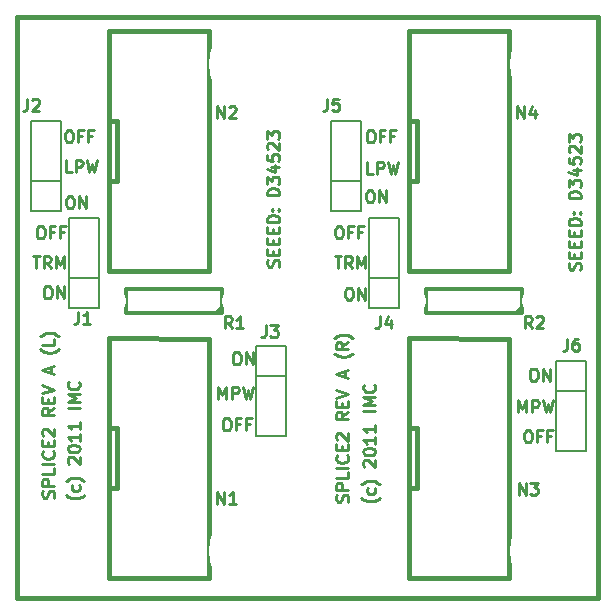
<source format=gto>
G04 (created by PCBNEW-RS274X (2011-08-24 BZR 3081)-stable) date Tue 13 Sep 2011 08:24:38 PM PDT*
G01*
G70*
G90*
%MOIN*%
G04 Gerber Fmt 3.4, Leading zero omitted, Abs format*
%FSLAX34Y34*%
G04 APERTURE LIST*
%ADD10C,0.010000*%
%ADD11C,0.015000*%
%ADD12C,0.012000*%
%ADD13C,0.006000*%
%ADD14C,0.280000*%
%ADD15C,0.080000*%
%ADD16R,0.080000X0.080000*%
G04 APERTURE END LIST*
G54D10*
X58293Y-47957D02*
X58312Y-47900D01*
X58312Y-47804D01*
X58293Y-47766D01*
X58274Y-47747D01*
X58236Y-47728D01*
X58198Y-47728D01*
X58160Y-47747D01*
X58140Y-47766D01*
X58121Y-47804D01*
X58102Y-47881D01*
X58083Y-47919D01*
X58064Y-47938D01*
X58026Y-47957D01*
X57988Y-47957D01*
X57950Y-47938D01*
X57931Y-47919D01*
X57912Y-47881D01*
X57912Y-47785D01*
X57931Y-47728D01*
X58102Y-47557D02*
X58102Y-47423D01*
X58312Y-47366D02*
X58312Y-47557D01*
X57912Y-47557D01*
X57912Y-47366D01*
X58102Y-47195D02*
X58102Y-47061D01*
X58312Y-47004D02*
X58312Y-47195D01*
X57912Y-47195D01*
X57912Y-47004D01*
X58102Y-46833D02*
X58102Y-46699D01*
X58312Y-46642D02*
X58312Y-46833D01*
X57912Y-46833D01*
X57912Y-46642D01*
X58312Y-46471D02*
X57912Y-46471D01*
X57912Y-46376D01*
X57931Y-46318D01*
X57969Y-46280D01*
X58007Y-46261D01*
X58083Y-46242D01*
X58140Y-46242D01*
X58217Y-46261D01*
X58255Y-46280D01*
X58293Y-46318D01*
X58312Y-46376D01*
X58312Y-46471D01*
X58274Y-46071D02*
X58293Y-46052D01*
X58312Y-46071D01*
X58293Y-46090D01*
X58274Y-46071D01*
X58312Y-46071D01*
X58064Y-46071D02*
X58083Y-46052D01*
X58102Y-46071D01*
X58083Y-46090D01*
X58064Y-46071D01*
X58102Y-46071D01*
X58312Y-45576D02*
X57912Y-45576D01*
X57912Y-45481D01*
X57931Y-45423D01*
X57969Y-45385D01*
X58007Y-45366D01*
X58083Y-45347D01*
X58140Y-45347D01*
X58217Y-45366D01*
X58255Y-45385D01*
X58293Y-45423D01*
X58312Y-45481D01*
X58312Y-45576D01*
X57912Y-45214D02*
X57912Y-44966D01*
X58064Y-45100D01*
X58064Y-45042D01*
X58083Y-45004D01*
X58102Y-44985D01*
X58140Y-44966D01*
X58236Y-44966D01*
X58274Y-44985D01*
X58293Y-45004D01*
X58312Y-45042D01*
X58312Y-45157D01*
X58293Y-45195D01*
X58274Y-45214D01*
X58045Y-44623D02*
X58312Y-44623D01*
X57893Y-44719D02*
X58179Y-44814D01*
X58179Y-44566D01*
X57912Y-44223D02*
X57912Y-44414D01*
X58102Y-44433D01*
X58083Y-44414D01*
X58064Y-44376D01*
X58064Y-44280D01*
X58083Y-44242D01*
X58102Y-44223D01*
X58140Y-44204D01*
X58236Y-44204D01*
X58274Y-44223D01*
X58293Y-44242D01*
X58312Y-44280D01*
X58312Y-44376D01*
X58293Y-44414D01*
X58274Y-44433D01*
X57950Y-44052D02*
X57931Y-44033D01*
X57912Y-43995D01*
X57912Y-43899D01*
X57931Y-43861D01*
X57950Y-43842D01*
X57988Y-43823D01*
X58026Y-43823D01*
X58083Y-43842D01*
X58312Y-44071D01*
X58312Y-43823D01*
X57912Y-43690D02*
X57912Y-43442D01*
X58064Y-43576D01*
X58064Y-43518D01*
X58083Y-43480D01*
X58102Y-43461D01*
X58140Y-43442D01*
X58236Y-43442D01*
X58274Y-43461D01*
X58293Y-43480D01*
X58312Y-43518D01*
X58312Y-43633D01*
X58293Y-43671D01*
X58274Y-43690D01*
X51614Y-55569D02*
X51595Y-55589D01*
X51538Y-55627D01*
X51500Y-55646D01*
X51443Y-55665D01*
X51348Y-55684D01*
X51271Y-55684D01*
X51176Y-55665D01*
X51119Y-55646D01*
X51081Y-55627D01*
X51024Y-55589D01*
X51005Y-55569D01*
X51443Y-55245D02*
X51462Y-55283D01*
X51462Y-55360D01*
X51443Y-55398D01*
X51424Y-55417D01*
X51386Y-55436D01*
X51271Y-55436D01*
X51233Y-55417D01*
X51214Y-55398D01*
X51195Y-55360D01*
X51195Y-55283D01*
X51214Y-55245D01*
X51614Y-55112D02*
X51595Y-55093D01*
X51538Y-55055D01*
X51500Y-55036D01*
X51443Y-55017D01*
X51348Y-54998D01*
X51271Y-54998D01*
X51176Y-55017D01*
X51119Y-55036D01*
X51081Y-55055D01*
X51024Y-55093D01*
X51005Y-55112D01*
X51100Y-54521D02*
X51081Y-54502D01*
X51062Y-54464D01*
X51062Y-54368D01*
X51081Y-54330D01*
X51100Y-54311D01*
X51138Y-54292D01*
X51176Y-54292D01*
X51233Y-54311D01*
X51462Y-54540D01*
X51462Y-54292D01*
X51062Y-54045D02*
X51062Y-54006D01*
X51081Y-53968D01*
X51100Y-53949D01*
X51138Y-53930D01*
X51214Y-53911D01*
X51310Y-53911D01*
X51386Y-53930D01*
X51424Y-53949D01*
X51443Y-53968D01*
X51462Y-54006D01*
X51462Y-54045D01*
X51443Y-54083D01*
X51424Y-54102D01*
X51386Y-54121D01*
X51310Y-54140D01*
X51214Y-54140D01*
X51138Y-54121D01*
X51100Y-54102D01*
X51081Y-54083D01*
X51062Y-54045D01*
X51462Y-53530D02*
X51462Y-53759D01*
X51462Y-53645D02*
X51062Y-53645D01*
X51119Y-53683D01*
X51157Y-53721D01*
X51176Y-53759D01*
X51462Y-53149D02*
X51462Y-53378D01*
X51462Y-53264D02*
X51062Y-53264D01*
X51119Y-53302D01*
X51157Y-53340D01*
X51176Y-53378D01*
X51462Y-52673D02*
X51062Y-52673D01*
X51462Y-52483D02*
X51062Y-52483D01*
X51348Y-52349D01*
X51062Y-52216D01*
X51462Y-52216D01*
X51424Y-51797D02*
X51443Y-51816D01*
X51462Y-51873D01*
X51462Y-51911D01*
X51443Y-51969D01*
X51405Y-52007D01*
X51367Y-52026D01*
X51290Y-52045D01*
X51233Y-52045D01*
X51157Y-52026D01*
X51119Y-52007D01*
X51081Y-51969D01*
X51062Y-51911D01*
X51062Y-51873D01*
X51081Y-51816D01*
X51100Y-51797D01*
X50543Y-55691D02*
X50562Y-55634D01*
X50562Y-55538D01*
X50543Y-55500D01*
X50524Y-55481D01*
X50486Y-55462D01*
X50448Y-55462D01*
X50410Y-55481D01*
X50390Y-55500D01*
X50371Y-55538D01*
X50352Y-55615D01*
X50333Y-55653D01*
X50314Y-55672D01*
X50276Y-55691D01*
X50238Y-55691D01*
X50200Y-55672D01*
X50181Y-55653D01*
X50162Y-55615D01*
X50162Y-55519D01*
X50181Y-55462D01*
X50562Y-55291D02*
X50162Y-55291D01*
X50162Y-55138D01*
X50181Y-55100D01*
X50200Y-55081D01*
X50238Y-55062D01*
X50295Y-55062D01*
X50333Y-55081D01*
X50352Y-55100D01*
X50371Y-55138D01*
X50371Y-55291D01*
X50562Y-54700D02*
X50562Y-54891D01*
X50162Y-54891D01*
X50562Y-54567D02*
X50162Y-54567D01*
X50524Y-54148D02*
X50543Y-54167D01*
X50562Y-54224D01*
X50562Y-54262D01*
X50543Y-54320D01*
X50505Y-54358D01*
X50467Y-54377D01*
X50390Y-54396D01*
X50333Y-54396D01*
X50257Y-54377D01*
X50219Y-54358D01*
X50181Y-54320D01*
X50162Y-54262D01*
X50162Y-54224D01*
X50181Y-54167D01*
X50200Y-54148D01*
X50352Y-53977D02*
X50352Y-53843D01*
X50562Y-53786D02*
X50562Y-53977D01*
X50162Y-53977D01*
X50162Y-53786D01*
X50200Y-53634D02*
X50181Y-53615D01*
X50162Y-53577D01*
X50162Y-53481D01*
X50181Y-53443D01*
X50200Y-53424D01*
X50238Y-53405D01*
X50276Y-53405D01*
X50333Y-53424D01*
X50562Y-53653D01*
X50562Y-53405D01*
X50562Y-52700D02*
X50371Y-52834D01*
X50562Y-52929D02*
X50162Y-52929D01*
X50162Y-52776D01*
X50181Y-52738D01*
X50200Y-52719D01*
X50238Y-52700D01*
X50295Y-52700D01*
X50333Y-52719D01*
X50352Y-52738D01*
X50371Y-52776D01*
X50371Y-52929D01*
X50352Y-52529D02*
X50352Y-52395D01*
X50562Y-52338D02*
X50562Y-52529D01*
X50162Y-52529D01*
X50162Y-52338D01*
X50162Y-52224D02*
X50562Y-52091D01*
X50162Y-51957D01*
X50448Y-51538D02*
X50448Y-51347D01*
X50562Y-51576D02*
X50162Y-51443D01*
X50562Y-51309D01*
X50714Y-50756D02*
X50695Y-50776D01*
X50638Y-50814D01*
X50600Y-50833D01*
X50543Y-50852D01*
X50448Y-50871D01*
X50371Y-50871D01*
X50276Y-50852D01*
X50219Y-50833D01*
X50181Y-50814D01*
X50124Y-50776D01*
X50105Y-50756D01*
X50562Y-50375D02*
X50371Y-50509D01*
X50562Y-50604D02*
X50162Y-50604D01*
X50162Y-50451D01*
X50181Y-50413D01*
X50200Y-50394D01*
X50238Y-50375D01*
X50295Y-50375D01*
X50333Y-50394D01*
X50352Y-50413D01*
X50371Y-50451D01*
X50371Y-50604D01*
X50714Y-50242D02*
X50695Y-50223D01*
X50638Y-50185D01*
X50600Y-50166D01*
X50543Y-50147D01*
X50448Y-50128D01*
X50371Y-50128D01*
X50276Y-50147D01*
X50219Y-50166D01*
X50181Y-50185D01*
X50124Y-50223D01*
X50105Y-50242D01*
X56519Y-53312D02*
X56596Y-53312D01*
X56634Y-53331D01*
X56672Y-53369D01*
X56691Y-53445D01*
X56691Y-53579D01*
X56672Y-53655D01*
X56634Y-53693D01*
X56596Y-53712D01*
X56519Y-53712D01*
X56481Y-53693D01*
X56443Y-53655D01*
X56424Y-53579D01*
X56424Y-53445D01*
X56443Y-53369D01*
X56481Y-53331D01*
X56519Y-53312D01*
X56996Y-53502D02*
X56862Y-53502D01*
X56862Y-53712D02*
X56862Y-53312D01*
X57053Y-53312D01*
X57339Y-53502D02*
X57205Y-53502D01*
X57205Y-53712D02*
X57205Y-53312D01*
X57396Y-53312D01*
X56238Y-52712D02*
X56238Y-52312D01*
X56372Y-52598D01*
X56505Y-52312D01*
X56505Y-52712D01*
X56695Y-52712D02*
X56695Y-52312D01*
X56848Y-52312D01*
X56886Y-52331D01*
X56905Y-52350D01*
X56924Y-52388D01*
X56924Y-52445D01*
X56905Y-52483D01*
X56886Y-52502D01*
X56848Y-52521D01*
X56695Y-52521D01*
X57057Y-52312D02*
X57152Y-52712D01*
X57229Y-52426D01*
X57305Y-52712D01*
X57400Y-52312D01*
X56702Y-51262D02*
X56779Y-51262D01*
X56817Y-51281D01*
X56855Y-51319D01*
X56874Y-51395D01*
X56874Y-51529D01*
X56855Y-51605D01*
X56817Y-51643D01*
X56779Y-51662D01*
X56702Y-51662D01*
X56664Y-51643D01*
X56626Y-51605D01*
X56607Y-51529D01*
X56607Y-51395D01*
X56626Y-51319D01*
X56664Y-51281D01*
X56702Y-51262D01*
X57045Y-51662D02*
X57045Y-51262D01*
X57274Y-51662D01*
X57274Y-51262D01*
X50552Y-48562D02*
X50629Y-48562D01*
X50667Y-48581D01*
X50705Y-48619D01*
X50724Y-48695D01*
X50724Y-48829D01*
X50705Y-48905D01*
X50667Y-48943D01*
X50629Y-48962D01*
X50552Y-48962D01*
X50514Y-48943D01*
X50476Y-48905D01*
X50457Y-48829D01*
X50457Y-48695D01*
X50476Y-48619D01*
X50514Y-48581D01*
X50552Y-48562D01*
X50895Y-48962D02*
X50895Y-48562D01*
X51124Y-48962D01*
X51124Y-48562D01*
X50107Y-47512D02*
X50336Y-47512D01*
X50221Y-47912D02*
X50221Y-47512D01*
X50698Y-47912D02*
X50564Y-47721D01*
X50469Y-47912D02*
X50469Y-47512D01*
X50622Y-47512D01*
X50660Y-47531D01*
X50679Y-47550D01*
X50698Y-47588D01*
X50698Y-47645D01*
X50679Y-47683D01*
X50660Y-47702D01*
X50622Y-47721D01*
X50469Y-47721D01*
X50869Y-47912D02*
X50869Y-47512D01*
X51003Y-47798D01*
X51136Y-47512D01*
X51136Y-47912D01*
X50219Y-46512D02*
X50296Y-46512D01*
X50334Y-46531D01*
X50372Y-46569D01*
X50391Y-46645D01*
X50391Y-46779D01*
X50372Y-46855D01*
X50334Y-46893D01*
X50296Y-46912D01*
X50219Y-46912D01*
X50181Y-46893D01*
X50143Y-46855D01*
X50124Y-46779D01*
X50124Y-46645D01*
X50143Y-46569D01*
X50181Y-46531D01*
X50219Y-46512D01*
X50696Y-46702D02*
X50562Y-46702D01*
X50562Y-46912D02*
X50562Y-46512D01*
X50753Y-46512D01*
X51039Y-46702D02*
X50905Y-46702D01*
X50905Y-46912D02*
X50905Y-46512D01*
X51096Y-46512D01*
X51396Y-44762D02*
X51205Y-44762D01*
X51205Y-44362D01*
X51529Y-44762D02*
X51529Y-44362D01*
X51682Y-44362D01*
X51720Y-44381D01*
X51739Y-44400D01*
X51758Y-44438D01*
X51758Y-44495D01*
X51739Y-44533D01*
X51720Y-44552D01*
X51682Y-44571D01*
X51529Y-44571D01*
X51891Y-44362D02*
X51986Y-44762D01*
X52063Y-44476D01*
X52139Y-44762D01*
X52234Y-44362D01*
X51269Y-43312D02*
X51346Y-43312D01*
X51384Y-43331D01*
X51422Y-43369D01*
X51441Y-43445D01*
X51441Y-43579D01*
X51422Y-43655D01*
X51384Y-43693D01*
X51346Y-43712D01*
X51269Y-43712D01*
X51231Y-43693D01*
X51193Y-43655D01*
X51174Y-43579D01*
X51174Y-43445D01*
X51193Y-43369D01*
X51231Y-43331D01*
X51269Y-43312D01*
X51746Y-43502D02*
X51612Y-43502D01*
X51612Y-43712D02*
X51612Y-43312D01*
X51803Y-43312D01*
X52089Y-43502D02*
X51955Y-43502D01*
X51955Y-43712D02*
X51955Y-43312D01*
X52146Y-43312D01*
X51252Y-45312D02*
X51329Y-45312D01*
X51367Y-45331D01*
X51405Y-45369D01*
X51424Y-45445D01*
X51424Y-45579D01*
X51405Y-45655D01*
X51367Y-45693D01*
X51329Y-45712D01*
X51252Y-45712D01*
X51214Y-45693D01*
X51176Y-45655D01*
X51157Y-45579D01*
X51157Y-45445D01*
X51176Y-45369D01*
X51214Y-45331D01*
X51252Y-45312D01*
X51595Y-45712D02*
X51595Y-45312D01*
X51824Y-45712D01*
X51824Y-45312D01*
X48243Y-47857D02*
X48262Y-47800D01*
X48262Y-47704D01*
X48243Y-47666D01*
X48224Y-47647D01*
X48186Y-47628D01*
X48148Y-47628D01*
X48110Y-47647D01*
X48090Y-47666D01*
X48071Y-47704D01*
X48052Y-47781D01*
X48033Y-47819D01*
X48014Y-47838D01*
X47976Y-47857D01*
X47938Y-47857D01*
X47900Y-47838D01*
X47881Y-47819D01*
X47862Y-47781D01*
X47862Y-47685D01*
X47881Y-47628D01*
X48052Y-47457D02*
X48052Y-47323D01*
X48262Y-47266D02*
X48262Y-47457D01*
X47862Y-47457D01*
X47862Y-47266D01*
X48052Y-47095D02*
X48052Y-46961D01*
X48262Y-46904D02*
X48262Y-47095D01*
X47862Y-47095D01*
X47862Y-46904D01*
X48052Y-46733D02*
X48052Y-46599D01*
X48262Y-46542D02*
X48262Y-46733D01*
X47862Y-46733D01*
X47862Y-46542D01*
X48262Y-46371D02*
X47862Y-46371D01*
X47862Y-46276D01*
X47881Y-46218D01*
X47919Y-46180D01*
X47957Y-46161D01*
X48033Y-46142D01*
X48090Y-46142D01*
X48167Y-46161D01*
X48205Y-46180D01*
X48243Y-46218D01*
X48262Y-46276D01*
X48262Y-46371D01*
X48224Y-45971D02*
X48243Y-45952D01*
X48262Y-45971D01*
X48243Y-45990D01*
X48224Y-45971D01*
X48262Y-45971D01*
X48014Y-45971D02*
X48033Y-45952D01*
X48052Y-45971D01*
X48033Y-45990D01*
X48014Y-45971D01*
X48052Y-45971D01*
X48262Y-45476D02*
X47862Y-45476D01*
X47862Y-45381D01*
X47881Y-45323D01*
X47919Y-45285D01*
X47957Y-45266D01*
X48033Y-45247D01*
X48090Y-45247D01*
X48167Y-45266D01*
X48205Y-45285D01*
X48243Y-45323D01*
X48262Y-45381D01*
X48262Y-45476D01*
X47862Y-45114D02*
X47862Y-44866D01*
X48014Y-45000D01*
X48014Y-44942D01*
X48033Y-44904D01*
X48052Y-44885D01*
X48090Y-44866D01*
X48186Y-44866D01*
X48224Y-44885D01*
X48243Y-44904D01*
X48262Y-44942D01*
X48262Y-45057D01*
X48243Y-45095D01*
X48224Y-45114D01*
X47995Y-44523D02*
X48262Y-44523D01*
X47843Y-44619D02*
X48129Y-44714D01*
X48129Y-44466D01*
X47862Y-44123D02*
X47862Y-44314D01*
X48052Y-44333D01*
X48033Y-44314D01*
X48014Y-44276D01*
X48014Y-44180D01*
X48033Y-44142D01*
X48052Y-44123D01*
X48090Y-44104D01*
X48186Y-44104D01*
X48224Y-44123D01*
X48243Y-44142D01*
X48262Y-44180D01*
X48262Y-44276D01*
X48243Y-44314D01*
X48224Y-44333D01*
X47900Y-43952D02*
X47881Y-43933D01*
X47862Y-43895D01*
X47862Y-43799D01*
X47881Y-43761D01*
X47900Y-43742D01*
X47938Y-43723D01*
X47976Y-43723D01*
X48033Y-43742D01*
X48262Y-43971D01*
X48262Y-43723D01*
X47862Y-43590D02*
X47862Y-43342D01*
X48014Y-43476D01*
X48014Y-43418D01*
X48033Y-43380D01*
X48052Y-43361D01*
X48090Y-43342D01*
X48186Y-43342D01*
X48224Y-43361D01*
X48243Y-43380D01*
X48262Y-43418D01*
X48262Y-43533D01*
X48243Y-43571D01*
X48224Y-43590D01*
X41764Y-55469D02*
X41745Y-55489D01*
X41688Y-55527D01*
X41650Y-55546D01*
X41593Y-55565D01*
X41498Y-55584D01*
X41421Y-55584D01*
X41326Y-55565D01*
X41269Y-55546D01*
X41231Y-55527D01*
X41174Y-55489D01*
X41155Y-55469D01*
X41593Y-55145D02*
X41612Y-55183D01*
X41612Y-55260D01*
X41593Y-55298D01*
X41574Y-55317D01*
X41536Y-55336D01*
X41421Y-55336D01*
X41383Y-55317D01*
X41364Y-55298D01*
X41345Y-55260D01*
X41345Y-55183D01*
X41364Y-55145D01*
X41764Y-55012D02*
X41745Y-54993D01*
X41688Y-54955D01*
X41650Y-54936D01*
X41593Y-54917D01*
X41498Y-54898D01*
X41421Y-54898D01*
X41326Y-54917D01*
X41269Y-54936D01*
X41231Y-54955D01*
X41174Y-54993D01*
X41155Y-55012D01*
X41250Y-54421D02*
X41231Y-54402D01*
X41212Y-54364D01*
X41212Y-54268D01*
X41231Y-54230D01*
X41250Y-54211D01*
X41288Y-54192D01*
X41326Y-54192D01*
X41383Y-54211D01*
X41612Y-54440D01*
X41612Y-54192D01*
X41212Y-53945D02*
X41212Y-53906D01*
X41231Y-53868D01*
X41250Y-53849D01*
X41288Y-53830D01*
X41364Y-53811D01*
X41460Y-53811D01*
X41536Y-53830D01*
X41574Y-53849D01*
X41593Y-53868D01*
X41612Y-53906D01*
X41612Y-53945D01*
X41593Y-53983D01*
X41574Y-54002D01*
X41536Y-54021D01*
X41460Y-54040D01*
X41364Y-54040D01*
X41288Y-54021D01*
X41250Y-54002D01*
X41231Y-53983D01*
X41212Y-53945D01*
X41612Y-53430D02*
X41612Y-53659D01*
X41612Y-53545D02*
X41212Y-53545D01*
X41269Y-53583D01*
X41307Y-53621D01*
X41326Y-53659D01*
X41612Y-53049D02*
X41612Y-53278D01*
X41612Y-53164D02*
X41212Y-53164D01*
X41269Y-53202D01*
X41307Y-53240D01*
X41326Y-53278D01*
X41612Y-52573D02*
X41212Y-52573D01*
X41612Y-52383D02*
X41212Y-52383D01*
X41498Y-52249D01*
X41212Y-52116D01*
X41612Y-52116D01*
X41574Y-51697D02*
X41593Y-51716D01*
X41612Y-51773D01*
X41612Y-51811D01*
X41593Y-51869D01*
X41555Y-51907D01*
X41517Y-51926D01*
X41440Y-51945D01*
X41383Y-51945D01*
X41307Y-51926D01*
X41269Y-51907D01*
X41231Y-51869D01*
X41212Y-51811D01*
X41212Y-51773D01*
X41231Y-51716D01*
X41250Y-51697D01*
X40743Y-55553D02*
X40762Y-55496D01*
X40762Y-55400D01*
X40743Y-55362D01*
X40724Y-55343D01*
X40686Y-55324D01*
X40648Y-55324D01*
X40610Y-55343D01*
X40590Y-55362D01*
X40571Y-55400D01*
X40552Y-55477D01*
X40533Y-55515D01*
X40514Y-55534D01*
X40476Y-55553D01*
X40438Y-55553D01*
X40400Y-55534D01*
X40381Y-55515D01*
X40362Y-55477D01*
X40362Y-55381D01*
X40381Y-55324D01*
X40762Y-55153D02*
X40362Y-55153D01*
X40362Y-55000D01*
X40381Y-54962D01*
X40400Y-54943D01*
X40438Y-54924D01*
X40495Y-54924D01*
X40533Y-54943D01*
X40552Y-54962D01*
X40571Y-55000D01*
X40571Y-55153D01*
X40762Y-54562D02*
X40762Y-54753D01*
X40362Y-54753D01*
X40762Y-54429D02*
X40362Y-54429D01*
X40724Y-54010D02*
X40743Y-54029D01*
X40762Y-54086D01*
X40762Y-54124D01*
X40743Y-54182D01*
X40705Y-54220D01*
X40667Y-54239D01*
X40590Y-54258D01*
X40533Y-54258D01*
X40457Y-54239D01*
X40419Y-54220D01*
X40381Y-54182D01*
X40362Y-54124D01*
X40362Y-54086D01*
X40381Y-54029D01*
X40400Y-54010D01*
X40552Y-53839D02*
X40552Y-53705D01*
X40762Y-53648D02*
X40762Y-53839D01*
X40362Y-53839D01*
X40362Y-53648D01*
X40400Y-53496D02*
X40381Y-53477D01*
X40362Y-53439D01*
X40362Y-53343D01*
X40381Y-53305D01*
X40400Y-53286D01*
X40438Y-53267D01*
X40476Y-53267D01*
X40533Y-53286D01*
X40762Y-53515D01*
X40762Y-53267D01*
X40762Y-52562D02*
X40571Y-52696D01*
X40762Y-52791D02*
X40362Y-52791D01*
X40362Y-52638D01*
X40381Y-52600D01*
X40400Y-52581D01*
X40438Y-52562D01*
X40495Y-52562D01*
X40533Y-52581D01*
X40552Y-52600D01*
X40571Y-52638D01*
X40571Y-52791D01*
X40552Y-52391D02*
X40552Y-52257D01*
X40762Y-52200D02*
X40762Y-52391D01*
X40362Y-52391D01*
X40362Y-52200D01*
X40362Y-52086D02*
X40762Y-51953D01*
X40362Y-51819D01*
X40648Y-51400D02*
X40648Y-51209D01*
X40762Y-51438D02*
X40362Y-51305D01*
X40762Y-51171D01*
X40914Y-50618D02*
X40895Y-50638D01*
X40838Y-50676D01*
X40800Y-50695D01*
X40743Y-50714D01*
X40648Y-50733D01*
X40571Y-50733D01*
X40476Y-50714D01*
X40419Y-50695D01*
X40381Y-50676D01*
X40324Y-50638D01*
X40305Y-50618D01*
X40762Y-50275D02*
X40762Y-50466D01*
X40362Y-50466D01*
X40914Y-50180D02*
X40895Y-50161D01*
X40838Y-50123D01*
X40800Y-50104D01*
X40743Y-50085D01*
X40648Y-50066D01*
X40571Y-50066D01*
X40476Y-50085D01*
X40419Y-50104D01*
X40381Y-50123D01*
X40324Y-50161D01*
X40305Y-50180D01*
X46238Y-52262D02*
X46238Y-51862D01*
X46372Y-52148D01*
X46505Y-51862D01*
X46505Y-52262D01*
X46695Y-52262D02*
X46695Y-51862D01*
X46848Y-51862D01*
X46886Y-51881D01*
X46905Y-51900D01*
X46924Y-51938D01*
X46924Y-51995D01*
X46905Y-52033D01*
X46886Y-52052D01*
X46848Y-52071D01*
X46695Y-52071D01*
X47057Y-51862D02*
X47152Y-52262D01*
X47229Y-51976D01*
X47305Y-52262D01*
X47400Y-51862D01*
X46469Y-52912D02*
X46546Y-52912D01*
X46584Y-52931D01*
X46622Y-52969D01*
X46641Y-53045D01*
X46641Y-53179D01*
X46622Y-53255D01*
X46584Y-53293D01*
X46546Y-53312D01*
X46469Y-53312D01*
X46431Y-53293D01*
X46393Y-53255D01*
X46374Y-53179D01*
X46374Y-53045D01*
X46393Y-52969D01*
X46431Y-52931D01*
X46469Y-52912D01*
X46946Y-53102D02*
X46812Y-53102D01*
X46812Y-53312D02*
X46812Y-52912D01*
X47003Y-52912D01*
X47289Y-53102D02*
X47155Y-53102D01*
X47155Y-53312D02*
X47155Y-52912D01*
X47346Y-52912D01*
X46802Y-50712D02*
X46879Y-50712D01*
X46917Y-50731D01*
X46955Y-50769D01*
X46974Y-50845D01*
X46974Y-50979D01*
X46955Y-51055D01*
X46917Y-51093D01*
X46879Y-51112D01*
X46802Y-51112D01*
X46764Y-51093D01*
X46726Y-51055D01*
X46707Y-50979D01*
X46707Y-50845D01*
X46726Y-50769D01*
X46764Y-50731D01*
X46802Y-50712D01*
X47145Y-51112D02*
X47145Y-50712D01*
X47374Y-51112D01*
X47374Y-50712D01*
X40502Y-48512D02*
X40579Y-48512D01*
X40617Y-48531D01*
X40655Y-48569D01*
X40674Y-48645D01*
X40674Y-48779D01*
X40655Y-48855D01*
X40617Y-48893D01*
X40579Y-48912D01*
X40502Y-48912D01*
X40464Y-48893D01*
X40426Y-48855D01*
X40407Y-48779D01*
X40407Y-48645D01*
X40426Y-48569D01*
X40464Y-48531D01*
X40502Y-48512D01*
X40845Y-48912D02*
X40845Y-48512D01*
X41074Y-48912D01*
X41074Y-48512D01*
X40057Y-47512D02*
X40286Y-47512D01*
X40171Y-47912D02*
X40171Y-47512D01*
X40648Y-47912D02*
X40514Y-47721D01*
X40419Y-47912D02*
X40419Y-47512D01*
X40572Y-47512D01*
X40610Y-47531D01*
X40629Y-47550D01*
X40648Y-47588D01*
X40648Y-47645D01*
X40629Y-47683D01*
X40610Y-47702D01*
X40572Y-47721D01*
X40419Y-47721D01*
X40819Y-47912D02*
X40819Y-47512D01*
X40953Y-47798D01*
X41086Y-47512D01*
X41086Y-47912D01*
X41346Y-44712D02*
X41155Y-44712D01*
X41155Y-44312D01*
X41479Y-44712D02*
X41479Y-44312D01*
X41632Y-44312D01*
X41670Y-44331D01*
X41689Y-44350D01*
X41708Y-44388D01*
X41708Y-44445D01*
X41689Y-44483D01*
X41670Y-44502D01*
X41632Y-44521D01*
X41479Y-44521D01*
X41841Y-44312D02*
X41936Y-44712D01*
X42013Y-44426D01*
X42089Y-44712D01*
X42184Y-44312D01*
X41252Y-45512D02*
X41329Y-45512D01*
X41367Y-45531D01*
X41405Y-45569D01*
X41424Y-45645D01*
X41424Y-45779D01*
X41405Y-45855D01*
X41367Y-45893D01*
X41329Y-45912D01*
X41252Y-45912D01*
X41214Y-45893D01*
X41176Y-45855D01*
X41157Y-45779D01*
X41157Y-45645D01*
X41176Y-45569D01*
X41214Y-45531D01*
X41252Y-45512D01*
X41595Y-45912D02*
X41595Y-45512D01*
X41824Y-45912D01*
X41824Y-45512D01*
X41219Y-43312D02*
X41296Y-43312D01*
X41334Y-43331D01*
X41372Y-43369D01*
X41391Y-43445D01*
X41391Y-43579D01*
X41372Y-43655D01*
X41334Y-43693D01*
X41296Y-43712D01*
X41219Y-43712D01*
X41181Y-43693D01*
X41143Y-43655D01*
X41124Y-43579D01*
X41124Y-43445D01*
X41143Y-43369D01*
X41181Y-43331D01*
X41219Y-43312D01*
X41696Y-43502D02*
X41562Y-43502D01*
X41562Y-43712D02*
X41562Y-43312D01*
X41753Y-43312D01*
X42039Y-43502D02*
X41905Y-43502D01*
X41905Y-43712D02*
X41905Y-43312D01*
X42096Y-43312D01*
X40269Y-46512D02*
X40346Y-46512D01*
X40384Y-46531D01*
X40422Y-46569D01*
X40441Y-46645D01*
X40441Y-46779D01*
X40422Y-46855D01*
X40384Y-46893D01*
X40346Y-46912D01*
X40269Y-46912D01*
X40231Y-46893D01*
X40193Y-46855D01*
X40174Y-46779D01*
X40174Y-46645D01*
X40193Y-46569D01*
X40231Y-46531D01*
X40269Y-46512D01*
X40746Y-46702D02*
X40612Y-46702D01*
X40612Y-46912D02*
X40612Y-46512D01*
X40803Y-46512D01*
X41089Y-46702D02*
X40955Y-46702D01*
X40955Y-46912D02*
X40955Y-46512D01*
X41146Y-46512D01*
G54D11*
X39520Y-58906D02*
X39520Y-39520D01*
X58906Y-58906D02*
X39520Y-58906D01*
X58906Y-39520D02*
X58906Y-58906D01*
X39520Y-39520D02*
X58906Y-39520D01*
X39520Y-58906D02*
X39520Y-39520D01*
X58906Y-58906D02*
X39520Y-58906D01*
X58906Y-39520D02*
X58906Y-58906D01*
X39520Y-39520D02*
X58906Y-39520D01*
G54D12*
X46750Y-49000D02*
X46350Y-49000D01*
X46350Y-49000D02*
X46350Y-49400D01*
X46350Y-49400D02*
X43150Y-49400D01*
X43150Y-49400D02*
X43150Y-48600D01*
X43150Y-48600D02*
X46350Y-48600D01*
X46350Y-48600D02*
X46350Y-49000D01*
X46350Y-49200D02*
X46150Y-49400D01*
X42750Y-49000D02*
X43150Y-49000D01*
G54D13*
X41000Y-46000D02*
X40000Y-46000D01*
X40000Y-46000D02*
X40000Y-43000D01*
X40000Y-43000D02*
X41000Y-43000D01*
X41000Y-43000D02*
X41000Y-46000D01*
X40000Y-45000D02*
X41000Y-45000D01*
X42250Y-49250D02*
X41250Y-49250D01*
X41250Y-49250D02*
X41250Y-46250D01*
X41250Y-46250D02*
X42250Y-46250D01*
X42250Y-46250D02*
X42250Y-49250D01*
X41250Y-48250D02*
X42250Y-48250D01*
X47500Y-50500D02*
X48500Y-50500D01*
X48500Y-50500D02*
X48500Y-53500D01*
X48500Y-53500D02*
X47500Y-53500D01*
X47500Y-53500D02*
X47500Y-50500D01*
X48500Y-51500D02*
X47500Y-51500D01*
G54D12*
X56750Y-49000D02*
X56350Y-49000D01*
X56350Y-49000D02*
X56350Y-49400D01*
X56350Y-49400D02*
X53150Y-49400D01*
X53150Y-49400D02*
X53150Y-48600D01*
X53150Y-48600D02*
X56350Y-48600D01*
X56350Y-48600D02*
X56350Y-49000D01*
X56350Y-49200D02*
X56150Y-49400D01*
X52750Y-49000D02*
X53150Y-49000D01*
G54D13*
X52250Y-49250D02*
X51250Y-49250D01*
X51250Y-49250D02*
X51250Y-46250D01*
X51250Y-46250D02*
X52250Y-46250D01*
X52250Y-46250D02*
X52250Y-49250D01*
X51250Y-48250D02*
X52250Y-48250D01*
X51000Y-46000D02*
X50000Y-46000D01*
X50000Y-46000D02*
X50000Y-43000D01*
X50000Y-43000D02*
X51000Y-43000D01*
X51000Y-43000D02*
X51000Y-46000D01*
X50000Y-45000D02*
X51000Y-45000D01*
X57500Y-51000D02*
X58500Y-51000D01*
X58500Y-51000D02*
X58500Y-54000D01*
X58500Y-54000D02*
X57500Y-54000D01*
X57500Y-54000D02*
X57500Y-51000D01*
X58500Y-52000D02*
X57500Y-52000D01*
G54D11*
X42600Y-53250D02*
X42850Y-53250D01*
X42850Y-53250D02*
X42850Y-55250D01*
X42850Y-55250D02*
X42600Y-55250D01*
X45924Y-50254D02*
X45924Y-58248D01*
X45924Y-58248D02*
X42576Y-58248D01*
X42576Y-58248D02*
X42578Y-50252D01*
X42578Y-50252D02*
X45924Y-50254D01*
X42600Y-43000D02*
X42850Y-43000D01*
X42850Y-43000D02*
X42850Y-45000D01*
X42850Y-45000D02*
X42600Y-45000D01*
X45924Y-40004D02*
X45924Y-47998D01*
X45924Y-47998D02*
X42576Y-47998D01*
X42576Y-47998D02*
X42578Y-40002D01*
X42578Y-40002D02*
X45924Y-40004D01*
X52600Y-53250D02*
X52850Y-53250D01*
X52850Y-53250D02*
X52850Y-55250D01*
X52850Y-55250D02*
X52600Y-55250D01*
X55924Y-50254D02*
X55924Y-58248D01*
X55924Y-58248D02*
X52576Y-58248D01*
X52576Y-58248D02*
X52578Y-50252D01*
X52578Y-50252D02*
X55924Y-50254D01*
X52600Y-43000D02*
X52850Y-43000D01*
X52850Y-43000D02*
X52850Y-45000D01*
X52850Y-45000D02*
X52600Y-45000D01*
X55924Y-40004D02*
X55924Y-47998D01*
X55924Y-47998D02*
X52576Y-47998D01*
X52576Y-47998D02*
X52578Y-40002D01*
X52578Y-40002D02*
X55924Y-40004D01*
G54D12*
G54D10*
X46684Y-49912D02*
X46550Y-49721D01*
X46455Y-49912D02*
X46455Y-49512D01*
X46608Y-49512D01*
X46646Y-49531D01*
X46665Y-49550D01*
X46684Y-49588D01*
X46684Y-49645D01*
X46665Y-49683D01*
X46646Y-49702D01*
X46608Y-49721D01*
X46455Y-49721D01*
X47065Y-49912D02*
X46836Y-49912D01*
X46950Y-49912D02*
X46950Y-49512D01*
X46912Y-49569D01*
X46874Y-49607D01*
X46836Y-49626D01*
X39867Y-42262D02*
X39867Y-42548D01*
X39847Y-42605D01*
X39809Y-42643D01*
X39752Y-42662D01*
X39714Y-42662D01*
X40038Y-42300D02*
X40057Y-42281D01*
X40095Y-42262D01*
X40191Y-42262D01*
X40229Y-42281D01*
X40248Y-42300D01*
X40267Y-42338D01*
X40267Y-42376D01*
X40248Y-42433D01*
X40019Y-42662D01*
X40267Y-42662D01*
X41567Y-49362D02*
X41567Y-49648D01*
X41547Y-49705D01*
X41509Y-49743D01*
X41452Y-49762D01*
X41414Y-49762D01*
X41967Y-49762D02*
X41738Y-49762D01*
X41852Y-49762D02*
X41852Y-49362D01*
X41814Y-49419D01*
X41776Y-49457D01*
X41738Y-49476D01*
X47817Y-49812D02*
X47817Y-50098D01*
X47797Y-50155D01*
X47759Y-50193D01*
X47702Y-50212D01*
X47664Y-50212D01*
X47969Y-49812D02*
X48217Y-49812D01*
X48083Y-49964D01*
X48141Y-49964D01*
X48179Y-49983D01*
X48198Y-50002D01*
X48217Y-50040D01*
X48217Y-50136D01*
X48198Y-50174D01*
X48179Y-50193D01*
X48141Y-50212D01*
X48026Y-50212D01*
X47988Y-50193D01*
X47969Y-50174D01*
X56684Y-49912D02*
X56550Y-49721D01*
X56455Y-49912D02*
X56455Y-49512D01*
X56608Y-49512D01*
X56646Y-49531D01*
X56665Y-49550D01*
X56684Y-49588D01*
X56684Y-49645D01*
X56665Y-49683D01*
X56646Y-49702D01*
X56608Y-49721D01*
X56455Y-49721D01*
X56836Y-49550D02*
X56855Y-49531D01*
X56893Y-49512D01*
X56989Y-49512D01*
X57027Y-49531D01*
X57046Y-49550D01*
X57065Y-49588D01*
X57065Y-49626D01*
X57046Y-49683D01*
X56817Y-49912D01*
X57065Y-49912D01*
X51617Y-49512D02*
X51617Y-49798D01*
X51597Y-49855D01*
X51559Y-49893D01*
X51502Y-49912D01*
X51464Y-49912D01*
X51979Y-49645D02*
X51979Y-49912D01*
X51883Y-49493D02*
X51788Y-49779D01*
X52036Y-49779D01*
X49867Y-42262D02*
X49867Y-42548D01*
X49847Y-42605D01*
X49809Y-42643D01*
X49752Y-42662D01*
X49714Y-42662D01*
X50248Y-42262D02*
X50057Y-42262D01*
X50038Y-42452D01*
X50057Y-42433D01*
X50095Y-42414D01*
X50191Y-42414D01*
X50229Y-42433D01*
X50248Y-42452D01*
X50267Y-42490D01*
X50267Y-42586D01*
X50248Y-42624D01*
X50229Y-42643D01*
X50191Y-42662D01*
X50095Y-42662D01*
X50057Y-42643D01*
X50038Y-42624D01*
X57867Y-50262D02*
X57867Y-50548D01*
X57847Y-50605D01*
X57809Y-50643D01*
X57752Y-50662D01*
X57714Y-50662D01*
X58229Y-50262D02*
X58152Y-50262D01*
X58114Y-50281D01*
X58095Y-50300D01*
X58057Y-50357D01*
X58038Y-50433D01*
X58038Y-50586D01*
X58057Y-50624D01*
X58076Y-50643D01*
X58114Y-50662D01*
X58191Y-50662D01*
X58229Y-50643D01*
X58248Y-50624D01*
X58267Y-50586D01*
X58267Y-50490D01*
X58248Y-50452D01*
X58229Y-50433D01*
X58191Y-50414D01*
X58114Y-50414D01*
X58076Y-50433D01*
X58057Y-50452D01*
X58038Y-50490D01*
X46195Y-55762D02*
X46195Y-55362D01*
X46424Y-55762D01*
X46424Y-55362D01*
X46824Y-55762D02*
X46595Y-55762D01*
X46709Y-55762D02*
X46709Y-55362D01*
X46671Y-55419D01*
X46633Y-55457D01*
X46595Y-55476D01*
X46195Y-42912D02*
X46195Y-42512D01*
X46424Y-42912D01*
X46424Y-42512D01*
X46595Y-42550D02*
X46614Y-42531D01*
X46652Y-42512D01*
X46748Y-42512D01*
X46786Y-42531D01*
X46805Y-42550D01*
X46824Y-42588D01*
X46824Y-42626D01*
X46805Y-42683D01*
X46576Y-42912D01*
X46824Y-42912D01*
X56245Y-55462D02*
X56245Y-55062D01*
X56474Y-55462D01*
X56474Y-55062D01*
X56626Y-55062D02*
X56874Y-55062D01*
X56740Y-55214D01*
X56798Y-55214D01*
X56836Y-55233D01*
X56855Y-55252D01*
X56874Y-55290D01*
X56874Y-55386D01*
X56855Y-55424D01*
X56836Y-55443D01*
X56798Y-55462D01*
X56683Y-55462D01*
X56645Y-55443D01*
X56626Y-55424D01*
X56195Y-42912D02*
X56195Y-42512D01*
X56424Y-42912D01*
X56424Y-42512D01*
X56786Y-42645D02*
X56786Y-42912D01*
X56690Y-42493D02*
X56595Y-42779D01*
X56843Y-42779D01*
%LPC*%
G54D14*
X41088Y-41088D03*
X57352Y-41088D03*
X41088Y-57338D03*
X57352Y-57352D03*
X47338Y-41088D03*
X51088Y-41088D03*
X47338Y-57338D03*
X51088Y-57338D03*
G54D15*
X46750Y-49000D03*
X42750Y-49000D03*
G54D16*
X40500Y-45500D03*
G54D15*
X40500Y-44500D03*
X40500Y-43500D03*
G54D16*
X41750Y-48750D03*
G54D15*
X41750Y-47750D03*
X41750Y-46750D03*
G54D16*
X48000Y-51000D03*
G54D15*
X48000Y-52000D03*
X48000Y-53000D03*
X56750Y-49000D03*
X52750Y-49000D03*
G54D16*
X51750Y-48750D03*
G54D15*
X51750Y-47750D03*
X51750Y-46750D03*
G54D16*
X50500Y-45500D03*
G54D15*
X50500Y-44500D03*
X50500Y-43500D03*
G54D16*
X58000Y-51500D03*
G54D15*
X58000Y-52500D03*
X58000Y-53500D03*
G54D16*
X43750Y-52250D03*
G54D15*
X44750Y-52250D03*
X43750Y-53250D03*
X44750Y-53250D03*
X43750Y-54250D03*
X44750Y-54250D03*
X43750Y-55250D03*
X44750Y-55250D03*
X43750Y-56250D03*
X44750Y-56250D03*
G54D16*
X43750Y-42000D03*
G54D15*
X44750Y-42000D03*
X43750Y-43000D03*
X44750Y-43000D03*
X43750Y-44000D03*
X44750Y-44000D03*
X43750Y-45000D03*
X44750Y-45000D03*
X43750Y-46000D03*
X44750Y-46000D03*
G54D16*
X53750Y-52250D03*
G54D15*
X54750Y-52250D03*
X53750Y-53250D03*
X54750Y-53250D03*
X53750Y-54250D03*
X54750Y-54250D03*
X53750Y-55250D03*
X54750Y-55250D03*
X53750Y-56250D03*
X54750Y-56250D03*
G54D16*
X53750Y-42000D03*
G54D15*
X54750Y-42000D03*
X53750Y-43000D03*
X54750Y-43000D03*
X53750Y-44000D03*
X54750Y-44000D03*
X53750Y-45000D03*
X54750Y-45000D03*
X53750Y-46000D03*
X54750Y-46000D03*
M02*

</source>
